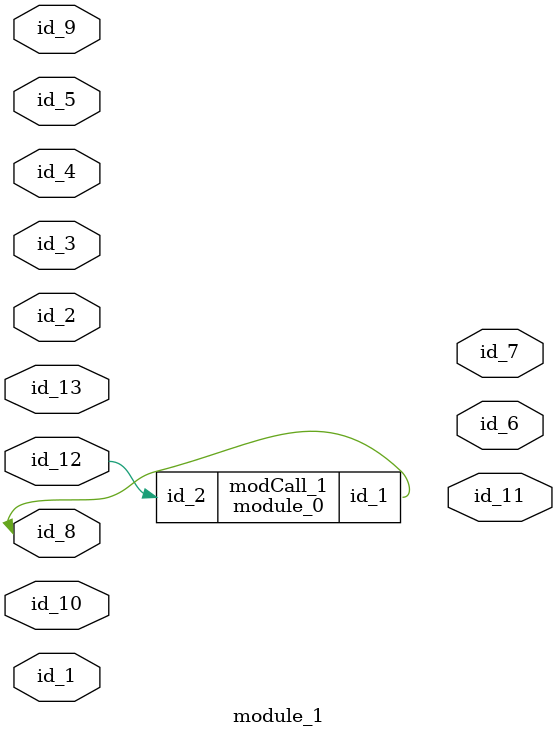
<source format=v>
module module_0 (
    id_1,
    id_2
);
  input wire id_2;
  output wire id_1;
  always id_1 = id_2;
  wire id_3 = id_3;
endmodule
module module_1 (
    id_1,
    id_2,
    id_3,
    id_4,
    id_5,
    id_6,
    id_7,
    id_8,
    id_9,
    id_10,
    id_11,
    id_12,
    id_13
);
  inout wire id_13;
  inout wire id_12;
  output wire id_11;
  inout wire id_10;
  inout wire id_9;
  inout wire id_8;
  output wire id_7;
  output wire id_6;
  input wire id_5;
  inout wire id_4;
  inout wire id_3;
  inout wire id_2;
  input wire id_1;
  wire id_14, id_15;
  module_0 modCall_1 (
      id_8,
      id_12
  );
endmodule

</source>
